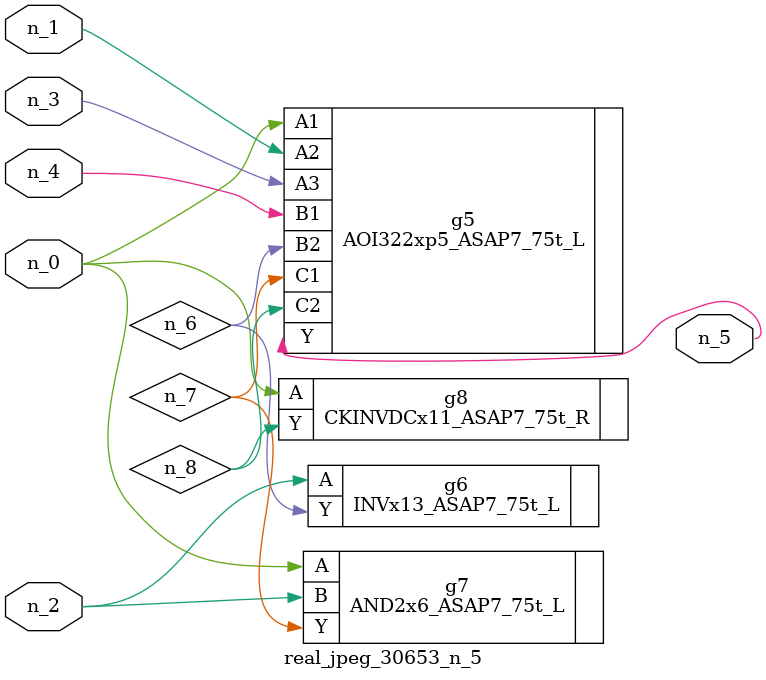
<source format=v>
module real_jpeg_30653_n_5 (n_4, n_0, n_1, n_2, n_3, n_5);

input n_4;
input n_0;
input n_1;
input n_2;
input n_3;

output n_5;

wire n_8;
wire n_6;
wire n_7;

AOI322xp5_ASAP7_75t_L g5 ( 
.A1(n_0),
.A2(n_1),
.A3(n_3),
.B1(n_4),
.B2(n_6),
.C1(n_7),
.C2(n_8),
.Y(n_5)
);

AND2x6_ASAP7_75t_L g7 ( 
.A(n_0),
.B(n_2),
.Y(n_7)
);

CKINVDCx11_ASAP7_75t_R g8 ( 
.A(n_0),
.Y(n_8)
);

INVx13_ASAP7_75t_L g6 ( 
.A(n_2),
.Y(n_6)
);


endmodule
</source>
